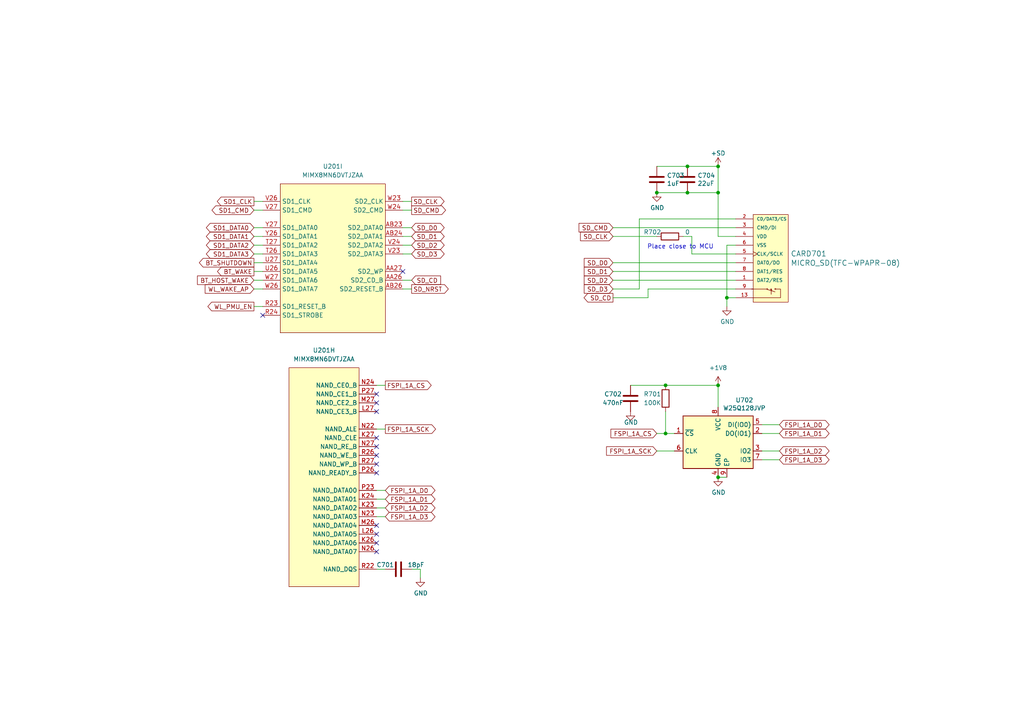
<source format=kicad_sch>
(kicad_sch (version 20211123) (generator eeschema)
  (paper "A4")
  (title_block (title "Sharket") (date "2022-09-21") (rev "0.0"))
  (junction (at 193.04 125.73) (diameter 0.9144))
  (junction (at 208.28 111.76))
  (junction (at 199.39 55.88))
  (junction (at 208.28 138.43) (diameter 0.9144))
  (junction (at 199.39 48.26))
  (junction (at 208.28 48.26))
  (junction (at 190.5 55.88))
  (junction (at 210.82 86.36) (diameter 0.9144))
  (junction (at 193.04 111.76) (diameter 0.9144))
  (junction (at 208.28 55.88))
  (no_connect (at 109.22 137.16))
  (no_connect (at 109.22 132.08))
  (no_connect (at 109.22 134.62))
  (no_connect (at 109.22 129.54))
  (no_connect (at 109.22 160.02))
  (no_connect (at 109.22 119.38))
  (no_connect (at 109.22 127))
  (no_connect (at 109.22 116.84))
  (no_connect (at 109.22 114.3))
  (no_connect (at 109.22 157.48))
  (no_connect (at 109.22 154.94))
  (no_connect (at 109.22 152.4))
  (no_connect (at 116.84 78.74))
  (no_connect (at 76.2 91.44))
  (wire (pts (xy 210.82 71.12) (xy 210.82 86.36)))
  (wire (pts (xy 177.8 66.04) (xy 213.36 66.04)))
  (wire (pts (xy 193.04 119.38) (xy 193.04 125.73)))
  (wire (pts (xy 116.84 60.96) (xy 119.38 60.96)))
  (wire (pts (xy 73.66 88.9) (xy 76.2 88.9)))
  (wire (pts (xy 116.84 68.58) (xy 119.38 68.58)))
  (wire (pts (xy 210.82 138.43) (xy 208.28 138.43)))
  (wire (pts (xy 213.36 86.36) (xy 210.82 86.36)))
  (wire (pts (xy 73.66 73.66) (xy 76.2 73.66)))
  (wire (pts (xy 177.8 76.2) (xy 213.36 76.2)))
  (wire (pts (xy 73.66 78.74) (xy 76.2 78.74)))
  (wire (pts (xy 177.8 78.74) (xy 213.36 78.74)))
  (wire (pts (xy 193.04 125.73) (xy 195.58 125.73)))
  (wire (pts (xy 200.66 73.66) (xy 213.36 73.66)))
  (wire (pts (xy 190.5 130.81) (xy 195.58 130.81)))
  (wire (pts (xy 109.22 111.76) (xy 111.76 111.76)))
  (wire (pts (xy 177.8 68.58) (xy 190.5 68.58)))
  (wire (pts (xy 220.98 130.81) (xy 226.06 130.81)))
  (wire (pts (xy 109.22 144.78) (xy 111.76 144.78)))
  (wire (pts (xy 199.39 48.26) (xy 208.28 48.26)))
  (wire (pts (xy 210.82 86.36) (xy 210.82 88.9)))
  (wire (pts (xy 116.84 66.04) (xy 119.38 66.04)))
  (wire (pts (xy 187.96 83.82) (xy 213.36 83.82)))
  (wire (pts (xy 116.84 81.28) (xy 119.38 81.28)))
  (wire (pts (xy 208.28 55.88) (xy 208.28 48.26)))
  (wire (pts (xy 121.92 165.1) (xy 121.92 167.64)))
  (wire (pts (xy 109.22 165.1) (xy 111.76 165.1)))
  (wire (pts (xy 73.66 71.12) (xy 76.2 71.12)))
  (wire (pts (xy 199.39 55.88) (xy 208.28 55.88)))
  (wire (pts (xy 208.28 68.58) (xy 213.36 68.58)))
  (wire (pts (xy 190.5 48.26) (xy 199.39 48.26)))
  (wire (pts (xy 200.66 68.58) (xy 200.66 73.66)))
  (wire (pts (xy 109.22 142.24) (xy 111.76 142.24)))
  (wire (pts (xy 109.22 149.86) (xy 111.76 149.86)))
  (wire (pts (xy 73.66 58.42) (xy 76.2 58.42)))
  (wire (pts (xy 177.8 86.36) (xy 187.96 86.36)))
  (wire (pts (xy 116.84 73.66) (xy 119.38 73.66)))
  (wire (pts (xy 73.66 83.82) (xy 76.2 83.82)))
  (wire (pts (xy 193.04 111.76) (xy 208.28 111.76)))
  (wire (pts (xy 73.66 68.58) (xy 76.2 68.58)))
  (wire (pts (xy 220.98 133.35) (xy 226.06 133.35)))
  (wire (pts (xy 190.5 55.88) (xy 199.39 55.88)))
  (wire (pts (xy 116.84 83.82) (xy 119.38 83.82)))
  (wire (pts (xy 185.42 63.5) (xy 213.36 63.5)))
  (wire (pts (xy 182.88 111.76) (xy 193.04 111.76)))
  (wire (pts (xy 185.42 63.5) (xy 185.42 83.82)))
  (wire (pts (xy 119.38 165.1) (xy 121.92 165.1)))
  (wire (pts (xy 187.96 86.36) (xy 187.96 83.82)))
  (wire (pts (xy 213.36 71.12) (xy 210.82 71.12)))
  (wire (pts (xy 198.12 68.58) (xy 200.66 68.58)))
  (wire (pts (xy 116.84 71.12) (xy 119.38 71.12)))
  (wire (pts (xy 73.66 60.96) (xy 76.2 60.96)))
  (wire (pts (xy 208.28 68.58) (xy 208.28 55.88)))
  (wire (pts (xy 177.8 81.28) (xy 213.36 81.28)))
  (wire (pts (xy 73.66 76.2) (xy 76.2 76.2)))
  (wire (pts (xy 190.5 125.73) (xy 193.04 125.73)))
  (wire (pts (xy 208.28 118.11) (xy 208.28 111.76)))
  (wire (pts (xy 220.98 125.73) (xy 226.06 125.73)))
  (wire (pts (xy 109.22 147.32) (xy 111.76 147.32)))
  (wire (pts (xy 116.84 58.42) (xy 119.38 58.42)))
  (wire (pts (xy 177.8 83.82) (xy 185.42 83.82)))
  (wire (pts (xy 73.66 81.28) (xy 76.2 81.28)))
  (wire (pts (xy 109.22 124.46) (xy 111.76 124.46)))
  (wire (pts (xy 73.66 66.04) (xy 76.2 66.04)))
  (wire (pts (xy 220.98 123.19) (xy 226.06 123.19)))
  (text "Place close to MCU" (at 207.01 72.39 180) (effects (font (size 1.27 1.27)) (justify right bottom)))
  (global_label "SD_NRST" (shape output) (at 119.38 83.82 0) (property "Intersheet References" "${INTERSHEET_REFS}" (effects hide)))
  (global_label "SD_D2" (shape bidirectional) (at 119.38 71.12 0) (property "Intersheet References" "${INTERSHEET_REFS}" (effects hide)))
  (global_label "FSPI_1A_D1" (shape bidirectional) (at 111.76 144.78 0) (property "Intersheet References" "${INTERSHEET_REFS}" (effects hide)))
  (global_label "WL_WAKE_AP" (shape input) (at 73.66 83.82 180) (property "Intersheet References" "${INTERSHEET_REFS}" (effects hide)))
  (global_label "FSPI_1A_D1" (shape bidirectional) (at 226.06 125.73 0) (property "Intersheet References" "${INTERSHEET_REFS}" (effects hide)))
  (global_label "SD_CD" (shape output) (at 177.8 86.36 180) (property "Intersheet References" "${INTERSHEET_REFS}" (effects hide)))
  (global_label "FSPI_1A_D3" (shape bidirectional) (at 226.06 133.35 0) (property "Intersheet References" "${INTERSHEET_REFS}" (effects hide)))
  (global_label "SD_D1" (shape input) (at 177.8 78.74 180) (property "Intersheet References" "${INTERSHEET_REFS}" (effects hide)))
  (global_label "SD1_DATA2" (shape bidirectional) (at 73.66 71.12 180) (property "Intersheet References" "${INTERSHEET_REFS}" (effects hide)))
  (global_label "FSPI_1A_SCK" (shape input) (at 190.5 130.81 180) (property "Intersheet References" "${INTERSHEET_REFS}" (effects hide)))
  (global_label "FSPI_1A_CS" (shape output) (at 111.76 111.76 0) (property "Intersheet References" "${INTERSHEET_REFS}" (effects hide)))
  (global_label "BT_WAKE" (shape output) (at 73.66 78.74 180) (property "Intersheet References" "${INTERSHEET_REFS}" (effects hide)))
  (global_label "SD_D3" (shape bidirectional) (at 119.38 73.66 0) (property "Intersheet References" "${INTERSHEET_REFS}" (effects hide)))
  (global_label "BT_HOST_WAKE" (shape input) (at 73.66 81.28 180) (property "Intersheet References" "${INTERSHEET_REFS}" (effects hide)))
  (global_label "FSPI_1A_D3" (shape bidirectional) (at 111.76 149.86 0) (property "Intersheet References" "${INTERSHEET_REFS}" (effects hide)))
  (global_label "FSPI_1A_CS" (shape input) (at 190.5 125.73 180) (property "Intersheet References" "${INTERSHEET_REFS}" (effects hide)))
  (global_label "SD_CMD" (shape output) (at 119.38 60.96 0) (property "Intersheet References" "${INTERSHEET_REFS}" (effects hide)))
  (global_label "WL_PMU_EN" (shape output) (at 73.66 88.9 180) (property "Intersheet References" "${INTERSHEET_REFS}" (effects hide)))
  (global_label "FSPI_1A_D0" (shape bidirectional) (at 111.76 142.24 0) (property "Intersheet References" "${INTERSHEET_REFS}" (effects hide)))
  (global_label "FSPI_1A_D0" (shape bidirectional) (at 226.06 123.19 0) (property "Intersheet References" "${INTERSHEET_REFS}" (effects hide)))
  (global_label "SD_D3" (shape input) (at 177.8 83.82 180) (property "Intersheet References" "${INTERSHEET_REFS}" (effects hide)))
  (global_label "SD1_DATA0" (shape bidirectional) (at 73.66 66.04 180) (property "Intersheet References" "${INTERSHEET_REFS}" (effects hide)))
  (global_label "SD_D2" (shape input) (at 177.8 81.28 180) (property "Intersheet References" "${INTERSHEET_REFS}" (effects hide)))
  (global_label "SD1_DATA1" (shape bidirectional) (at 73.66 68.58 180) (property "Intersheet References" "${INTERSHEET_REFS}" (effects hide)))
  (global_label "FSPI_1A_D2" (shape bidirectional) (at 111.76 147.32 0) (property "Intersheet References" "${INTERSHEET_REFS}" (effects hide)))
  (global_label "SD_CD" (shape input) (at 119.38 81.28 0) (property "Intersheet References" "${INTERSHEET_REFS}" (effects hide)))
  (global_label "SD_D0" (shape bidirectional) (at 119.38 66.04 0) (property "Intersheet References" "${INTERSHEET_REFS}" (effects hide)))
  (global_label "FSPI_1A_D2" (shape bidirectional) (at 226.06 130.81 0) (property "Intersheet References" "${INTERSHEET_REFS}" (effects hide)))
  (global_label "SD_CLK" (shape output) (at 119.38 58.42 0) (property "Intersheet References" "${INTERSHEET_REFS}" (effects hide)))
  (global_label "SD1_DATA3" (shape bidirectional) (at 73.66 73.66 180) (property "Intersheet References" "${INTERSHEET_REFS}" (effects hide)))
  (global_label "SD1_CLK" (shape output) (at 73.66 58.42 180) (property "Intersheet References" "${INTERSHEET_REFS}" (effects hide)))
  (global_label "BT_SHUTDOWN" (shape output) (at 73.66 76.2 180) (property "Intersheet References" "${INTERSHEET_REFS}" (effects hide)))
  (global_label "SD_D0" (shape input) (at 177.8 76.2 180) (property "Intersheet References" "${INTERSHEET_REFS}" (effects hide)))
  (global_label "FSPI_1A_SCK" (shape output) (at 111.76 124.46 0) (property "Intersheet References" "${INTERSHEET_REFS}" (effects hide)))
  (global_label "SD1_CMD" (shape bidirectional) (at 73.66 60.96 180) (property "Intersheet References" "${INTERSHEET_REFS}" (effects hide)))
  (global_label "SD_D1" (shape bidirectional) (at 119.38 68.58 0) (property "Intersheet References" "${INTERSHEET_REFS}" (effects hide)))
  (global_label "SD_CLK" (shape input) (at 177.8 68.58 180) (property "Intersheet References" "${INTERSHEET_REFS}" (effects hide)))
  (global_label "SD_CMD" (shape input) (at 177.8 66.04 180) (property "Intersheet References" "${INTERSHEET_REFS}" (effects hide)))
  (symbol (lib_id "symbols:MICRO_SD(TFC-WPAPR-08)") (at 220.98 76.2 0) (unit 1)
    (property "Reference" "CARD701" (at 229.311 73.584 0) (effects (font (size 1.524 1.524)) (justify left)))
    (property "Value" "MICRO_SD(TFC-WPAPR-08)" (at 229.3112 76.2762 0) (effects (font (size 1.524 1.524)) (justify left)))
    (property "Footprint" "footprint:TFC-WPAPR-08" (effects hide))
  )
  (symbol (lib_id "power:GND") (at 210.82 88.9 0) (unit 1)
    (property "Reference" "#PWR0707" (effects hide))
    (property "Value" "GND" (at 210.947 93.2942 0))
  )
  (symbol (lib_id "Device:R") (at 194.31 68.58 270) (unit 1)
    (property "Reference" "R702" (at 189.23 67.31 90))
    (property "Value" "0" (at 199.39 67.31 90))
    (property "Footprint" "Resistor_SMD:R_0402_1005Metric" (effects hide))
  )
  (symbol (lib_id "Device:C") (at 190.5 52.07 0) (unit 1)
    (property "Reference" "C703" (at 193.421 50.902 0) (effects (justify left)))
    (property "Value" "1uF" (at 193.421 53.213 0) (effects (justify left)))
    (property "Footprint" "Capacitor_SMD:C_0402_1005Metric" (effects hide))
  )
  (symbol (lib_id "power:GND") (at 190.5 55.88 0) (unit 1)
    (property "Reference" "#PWR0703" (effects hide))
    (property "Value" "GND" (at 190.627 60.2742 0))
  )
  (symbol (lib_id "power:GND") (at 121.92 167.64 0) (unit 1)
    (property "Reference" "#PWR0701" (effects hide))
    (property "Value" "GND" (at 122.047 172.0342 0))
  )
  (symbol (lib_id "power:GND") (at 182.88 119.38 0) (unit 1)
    (property "Reference" "#PWR0702" (effects hide))
    (property "Value" "GND" (at 183.007 122.5042 0))
  )
  (symbol (lib_id "Device:C") (at 115.57 165.1 270) (unit 1)
    (property "Reference" "C701" (at 111.76 163.83 90))
    (property "Value" "18pF" (at 120.65 163.83 90))
    (property "Footprint" "Capacitor_SMD:C_0402_1005Metric" (effects hide))
  )
  (symbol (lib_id "symbols:MIMX8MN6DVTJZAA") (at 93.98 101.6 0) (unit 8)
    (property "Reference" "U201" (at 93.98 101.6 0))
    (property "Value" "MIMX8MN6DVTJZAA" (at 93.98 104.14 0))
    (property "Footprint" "footprint:BGA-486_27x27_14.0x14.0mm" (effects hide))
  )
  (symbol (lib_id "symbols:MIMX8MN6DVTJZAA") (at 96.52 48.26 0) (unit 9)
    (property "Reference" "U201" (at 96.52 48.26 0))
    (property "Value" "MIMX8MN6DVTJZAA" (at 96.52 50.8 0))
    (property "Footprint" "footprint:BGA-486_27x27_14.0x14.0mm" (effects hide))
  )
  (symbol (lib_id "Device:R") (at 193.04 115.57 0) (unit 1)
    (property "Reference" "R701" (at 189.23 114.3 0))
    (property "Value" "100K" (at 189.23 116.84 0))
    (property "Footprint" "Capacitor_SMD:C_0402_1005Metric" (effects hide))
  )
  (symbol (lib_id "Device:C") (at 182.88 115.57 180) (unit 1)
    (property "Reference" "C702" (at 177.8 114.3 0))
    (property "Value" "470nF" (at 177.8 116.84 0))
    (property "Footprint" "Capacitor_SMD:C_0402_1005Metric" (effects hide))
  )
  (symbol (lib_id "Device:C") (at 199.39 52.07 0) (unit 1)
    (property "Reference" "C704" (at 202.311 50.902 0) (effects (justify left)))
    (property "Value" "22uF" (at 202.311 53.213 0) (effects (justify left)))
    (property "Footprint" "Capacitor_SMD:C_0603_1608Metric" (effects hide))
  )
  (symbol (lib_id "symbols:+SD") (at 208.28 48.26 0) (unit 1)
    (property "Reference" "#PWR0704" (effects hide))
    (property "Value" "+SD" (at 208.28 44.45 0))
  )
  (symbol (lib_id "power:+1V8") (at 208.28 111.76 0) (unit 1)
    (property "Reference" "#PWR0705" (effects hide))
    (property "Value" "+1V8" (at 208.28 106.68 0))
  )
  (symbol (lib_id "Memory_Flash:W25Q32JVZP") (at 208.28 128.27 0) (unit 1)
    (property "Reference" "U702" (at 215.9 116.053 0))
    (property "Value" "W25Q128JVP" (at 215.9 118.364 0))
    (property "Footprint" "Package_SON:WSON-8-1EP_6x5mm_P1.27mm_EP3.4x4.3mm" (effects hide))
    (property "Datasheet" "http://www.winbond.com/resource-files/w25q32jv%20revg%2003272018%20plus.pdf" (effects hide))
  )
  (symbol (lib_id "power:GND") (at 208.28 138.43 0) (unit 1)
    (property "Reference" "#PWR0706" (effects hide))
    (property "Value" "GND" (at 208.407 142.8242 0))
  )
)
</source>
